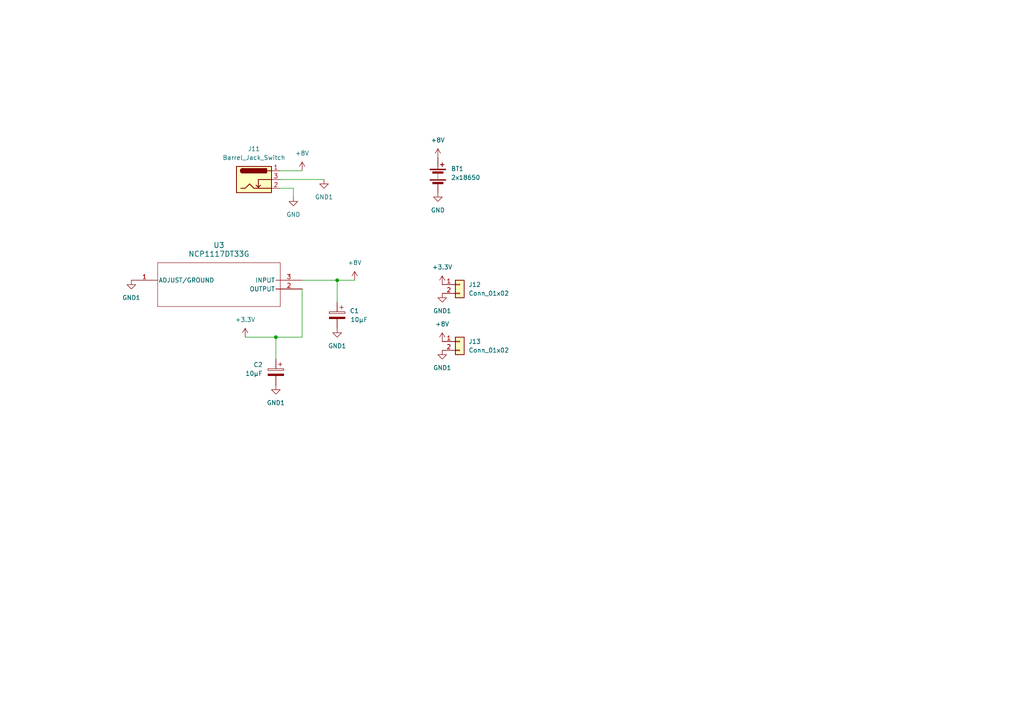
<source format=kicad_sch>
(kicad_sch (version 20230121) (generator eeschema)
  (paper "A4")
  (title_block (title "Azobopi Power Supply") (date "2023-11-02") (rev "V1.0") (company "EBIRP"))
  (lib_symbols
    (symbol "Connector:Barrel_Jack_Switch" (pin_names hide)
      (property "Reference" "J" (at 0 5.334 0))
      (property "Value" "Barrel_Jack_Switch" (at 0 -5.08 0))
      (symbol "Barrel_Jack_Switch_0_1"
        (rectangle (start -5.08 3.81) (end 5.08 -3.81) (stroke (width 0.254)) (fill (type background)))
        (arc (start -3.302 3.175) (mid -3.9343 2.54) (end -3.302 1.905) (stroke (width 0.254)))
        (arc (start -3.302 3.175) (mid -3.9343 2.54) (end -3.302 1.905) (stroke (width 0.254)) (fill (type outline)))
        (polyline (pts (xy 1.27 -2.286) (xy 1.905 -1.651)) (stroke (width 0.254)))
        (polyline (pts (xy 5.08 2.54) (xy 3.81 2.54)) (stroke (width 0.254)))
        (polyline (pts (xy 5.08 0) (xy 1.27 0) (xy 1.27 -2.286) (xy 0.635 -1.651)) (stroke (width 0.254)))
        (polyline (pts (xy -3.81 -2.54) (xy -2.54 -2.54) (xy -1.27 -1.27) (xy 0 -2.54) (xy 2.54 -2.54) (xy 5.08 -2.54)) (stroke (width 0.254)))
        (rectangle (start 3.683 3.175) (end -3.302 1.905) (stroke (width 0.254)) (fill (type outline)))
      )
      (symbol "Barrel_Jack_Switch_1_1"
        (pin passive line (at 7.62 2.54 180) (length 2.54) (name "~") (number "1"))
        (pin passive line (at 7.62 -2.54 180) (length 2.54) (name "~") (number "2"))
        (pin passive line (at 7.62 0 180) (length 2.54) (name "~") (number "3"))
      )
    )
    (symbol "Connector_Generic:Conn_01x02" (pin_names (offset 1.016) hide)
      (property "Reference" "J" (at 0 2.54 0))
      (property "Value" "Conn_01x02" (at 0 -5.08 0))
      (symbol "Conn_01x02_1_1"
        (rectangle (start -1.27 -2.413) (end 0 -2.667) (stroke (width 0.1524)))
        (rectangle (start -1.27 0.127) (end 0 -0.127) (stroke (width 0.1524)))
        (rectangle (start -1.27 1.27) (end 1.27 -3.81) (stroke (width 0.254)) (fill (type background)))
        (pin passive line (at -5.08 0 0) (length 3.81) (name "Pin_1") (number "1"))
        (pin passive line (at -5.08 -2.54 0) (length 3.81) (name "Pin_2") (number "2"))
      )
    )
    (symbol "Device:Battery" (pin_numbers hide) (pin_names (offset 0) hide)
      (property "Reference" "BT" (at 2.54 2.54 0))
      (property "Value" "Battery" (at 2.54 0 0))
      (symbol "Battery_0_1"
        (rectangle (start -2.286 -1.27) (end 2.286 -1.524) (fill (type outline)))
        (rectangle (start -2.286 1.778) (end 2.286 1.524) (fill (type outline)))
        (rectangle (start -1.524 -2.032) (end 1.524 -2.54) (fill (type outline)))
        (rectangle (start -1.524 1.016) (end 1.524 0.508) (fill (type outline)))
        (polyline (pts (xy 0 -1.016) (xy 0 -0.762)))
        (polyline (pts (xy 0 -0.508) (xy 0 -0.254)))
        (polyline (pts (xy 0 0) (xy 0 0.254)))
        (polyline (pts (xy 0 1.778) (xy 0 2.54)))
        (polyline (pts (xy 0.762 3.048) (xy 1.778 3.048)) (stroke (width 0.254)))
        (polyline (pts (xy 1.27 3.556) (xy 1.27 2.54)) (stroke (width 0.254)))
      )
      (symbol "Battery_1_1"
        (pin passive line (at 0 5.08 270) (length 2.54) (name "+") (number "1"))
        (pin passive line (at 0 -5.08 90) (length 2.54) (name "-") (number "2"))
      )
    )
    (symbol "Device:C_Polarized" (pin_numbers hide) (pin_names (offset 0.254))
      (property "Reference" "C" (at 0.635 2.54 0))
      (property "Value" "C_Polarized" (at 0.635 -2.54 0))
      (symbol "C_Polarized_0_1"
        (rectangle (start -2.286 0.508) (end 2.286 1.016))
        (polyline (pts (xy -1.778 2.286) (xy -0.762 2.286)))
        (polyline (pts (xy -1.27 2.794) (xy -1.27 1.778)))
        (rectangle (start 2.286 -0.508) (end -2.286 -1.016) (fill (type outline)))
      )
      (symbol "C_Polarized_1_1"
        (pin passive line (at 0 3.81 270) (length 2.794) (name "~") (number "1"))
        (pin passive line (at 0 -3.81 90) (length 2.794) (name "~") (number "2"))
      )
    )
    (symbol "NCP1117DT33G:NCP1117DT33G" (pin_names (offset 0.254))
      (property "Reference" "U" (at 26.67 10.16 0))
      (property "Value" "NCP1117DT33G" (at 26.67 7.62 0))
      (symbol "NCP1117DT33G_0_1"
        (polyline (pts (xy 7.62 -7.62) (xy 43.18 -7.62)) (stroke (width 0.127)))
        (polyline (pts (xy 7.62 5.08) (xy 7.62 -7.62)) (stroke (width 0.127)))
        (polyline (pts (xy 43.18 -7.62) (xy 43.18 5.08)) (stroke (width 0.127)))
        (polyline (pts (xy 43.18 5.08) (xy 7.62 5.08)) (stroke (width 0.127)))
        (pin output line (at 49.53 -2.54 180) (length 7.62) (name "OUTPUT") (number "2"))
        (pin input line (at 49.53 0 180) (length 7.62) (name "INPUT") (number "3"))
      )
      (symbol "NCP1117DT33G_1_1"
        (pin power_in line (at 0 0 0) (length 7.62) (name "ADJUST/GROUND") (number "1"))
      )
    )
    (symbol "power:+3.3V" (power) (pin_names (offset 0))
      (property "Value" "+3.3V" (at 0 3.556 0))
      (symbol "+3.3V_0_1"
        (polyline (pts (xy -0.762 1.27) (xy 0 2.54)))
        (polyline (pts (xy 0 0) (xy 0 2.54)))
        (polyline (pts (xy 0 2.54) (xy 0.762 1.27)))
      )
      (symbol "+3.3V_1_1"
        (pin power_in line (at 0 0 90) (length 0) hide (name "+3.3V") (number "1"))
      )
    )
    (symbol "power:+8V" (power) (pin_names (offset 0))
      (property "Value" "+8V" (at 0 3.556 0))
      (symbol "+8V_0_1"
        (polyline (pts (xy -0.762 1.27) (xy 0 2.54)))
        (polyline (pts (xy 0 0) (xy 0 2.54)))
        (polyline (pts (xy 0 2.54) (xy 0.762 1.27)))
      )
      (symbol "+8V_1_1"
        (pin power_in line (at 0 0 90) (length 0) hide (name "+8V") (number "1"))
      )
    )
    (symbol "power:GND" (power) (pin_names (offset 0))
      (property "Value" "GND" (at 0 -3.81 0))
      (symbol "GND_0_1"
        (polyline (pts (xy 0 0) (xy 0 -1.27) (xy 1.27 -1.27) (xy 0 -2.54) (xy -1.27 -1.27) (xy 0 -1.27)))
      )
      (symbol "GND_1_1"
        (pin power_in line (at 0 0 270) (length 0) hide (name "GND") (number "1"))
      )
    )
    (symbol "power:GND1" (power) (pin_names (offset 0))
      (property "Value" "GND1" (at 0 -3.81 0))
      (symbol "GND1_0_1"
        (polyline (pts (xy 0 0) (xy 0 -1.27) (xy 1.27 -1.27) (xy 0 -2.54) (xy -1.27 -1.27) (xy 0 -1.27)))
      )
      (symbol "GND1_1_1"
        (pin power_in line (at 0 0 270) (length 0) hide (name "GND1") (number "1"))
      )
    )
  )
  (junction (at 80.01 97.79))
  (junction (at 97.79 81.28))
  (wire (pts (xy 80.01 97.79) (xy 80.01 104.14)))
  (wire (pts (xy 85.09 57.15) (xy 85.09 54.61)))
  (wire (pts (xy 87.63 97.79) (xy 80.01 97.79)))
  (wire (pts (xy 81.28 49.53) (xy 87.63 49.53)))
  (wire (pts (xy 102.87 81.28) (xy 97.79 81.28)))
  (wire (pts (xy 87.63 83.82) (xy 87.63 97.79)))
  (wire (pts (xy 81.28 52.07) (xy 93.98 52.07)))
  (wire (pts (xy 80.01 97.79) (xy 71.12 97.79)))
  (wire (pts (xy 97.79 87.63) (xy 97.79 81.28)))
  (wire (pts (xy 81.28 54.61) (xy 85.09 54.61)))
  (wire (pts (xy 97.79 81.28) (xy 87.63 81.28)))
  (symbol (lib_id "Connector_Generic:Conn_01x02") (at 133.35 99.06 0) (unit 1)
    (property "Reference" "J13" (at 135.89 99.06 0) (effects (justify left)))
    (property "Value" "Conn_01x02" (at 135.89 101.6 0) (effects (justify left)))
  )
  (symbol (lib_id "power:GND") (at 127 55.88 0) (unit 1)
    (property "Reference" "#PWR018" (effects hide))
    (property "Value" "GND" (at 127 60.96 0))
  )
  (symbol (lib_id "power:GND1") (at 38.1 81.28 0) (unit 1)
    (property "Reference" "#PWR023" (effects hide))
    (property "Value" "GND1" (at 38.1 86.36 0))
  )
  (symbol (lib_id "power:+8V") (at 127 45.72 0) (unit 1)
    (property "Reference" "#PWR020" (effects hide))
    (property "Value" "+8V" (at 127 40.64 0))
  )
  (symbol (lib_id "power:GND1") (at 128.27 85.09 0) (unit 1)
    (property "Reference" "#PWR029" (effects hide))
    (property "Value" "GND1" (at 128.27 90.17 0))
  )
  (symbol (lib_id "power:+3.3V") (at 128.27 82.55 0) (unit 1)
    (property "Reference" "#PWR028" (effects hide))
    (property "Value" "+3.3V" (at 128.27 77.47 0))
  )
  (symbol (lib_id "power:+8V") (at 102.87 81.28 0) (mirror y) (unit 1)
    (property "Reference" "#PWR024" (effects hide))
    (property "Value" "+8V" (at 102.87 76.2 0))
  )
  (symbol (lib_id "power:+8V") (at 87.63 49.53 0) (unit 1)
    (property "Reference" "#PWR021" (effects hide))
    (property "Value" "+8V" (at 87.63 44.45 0))
  )
  (symbol (lib_id "Connector:Barrel_Jack_Switch") (at 73.66 52.07 0) (unit 1)
    (property "Reference" "J11" (at 73.66 43.18 0))
    (property "Value" "Barrel_Jack_Switch" (at 73.66 45.72 0))
  )
  (symbol (lib_id "NCP1117DT33G:NCP1117DT33G") (at 38.1 81.28 0) (unit 1)
    (property "Reference" "U3" (at 63.5 71.12 0) (effects (font (size 1.524 1.524))))
    (property "Value" "NCP1117DT33G" (at 63.5 73.66 0) (effects (font (size 1.524 1.524))))
    (property "Footprint" "DPAK_ONS" (effects hide))
    (property "Datasheet" "NCP1117DT33G" (effects hide))
  )
  (symbol (lib_id "Device:C_Polarized") (at 80.01 107.95 0) (mirror y) (unit 1)
    (property "Reference" "C2" (at 76.2 105.791 0) (effects (justify left)))
    (property "Value" "10μF" (at 76.2 108.331 0) (effects (justify left)))
  )
  (symbol (lib_id "power:+8V") (at 128.27 99.06 0) (unit 1)
    (property "Reference" "#PWR030" (effects hide))
    (property "Value" "+8V" (at 128.27 93.98 0))
  )
  (symbol (lib_id "Device:C_Polarized") (at 97.79 91.44 0) (mirror y) (unit 1)
    (property "Reference" "C1" (at 104.14 90.17 0) (effects (justify left)))
    (property "Value" "10μF" (at 106.68 92.71 0) (effects (justify left)))
  )
  (symbol (lib_id "power:GND1") (at 97.79 95.25 0) (mirror y) (unit 1)
    (property "Reference" "#PWR025" (effects hide))
    (property "Value" "GND1" (at 97.79 100.33 0))
  )
  (symbol (lib_id "power:GND") (at 85.09 57.15 0) (unit 1)
    (property "Reference" "#PWR019" (effects hide))
    (property "Value" "GND" (at 85.09 62.23 0))
  )
  (symbol (lib_id "power:GND1") (at 80.01 111.76 0) (mirror y) (unit 1)
    (property "Reference" "#PWR026" (effects hide))
    (property "Value" "GND1" (at 80.01 116.84 0))
  )
  (symbol (lib_id "power:+3.3V") (at 71.12 97.79 0) (mirror y) (unit 1)
    (property "Reference" "#PWR027" (effects hide))
    (property "Value" "+3.3V" (at 71.12 92.71 0))
  )
  (symbol (lib_id "Device:Battery") (at 127 50.8 0) (unit 1)
    (property "Reference" "BT1" (at 130.81 48.9585 0) (effects (justify left)))
    (property "Value" "2x18650" (at 130.81 51.4985 0) (effects (justify left)))
  )
  (symbol (lib_id "power:GND1") (at 93.98 52.07 0) (unit 1)
    (property "Reference" "#PWR022" (effects hide))
    (property "Value" "GND1" (at 93.98 57.15 0))
  )
  (symbol (lib_id "Connector_Generic:Conn_01x02") (at 133.35 82.55 0) (unit 1)
    (property "Reference" "J12" (at 135.89 82.55 0) (effects (justify left)))
    (property "Value" "Conn_01x02" (at 135.89 85.09 0) (effects (justify left)))
    (property "Footprint" "Custom:jst-xh2x_2.54" (effects hide))
  )
  (symbol (lib_id "power:GND1") (at 128.27 101.6 0) (unit 1)
    (property "Reference" "#PWR031" (effects hide))
    (property "Value" "GND1" (at 128.27 106.68 0))
  )
)
</source>
